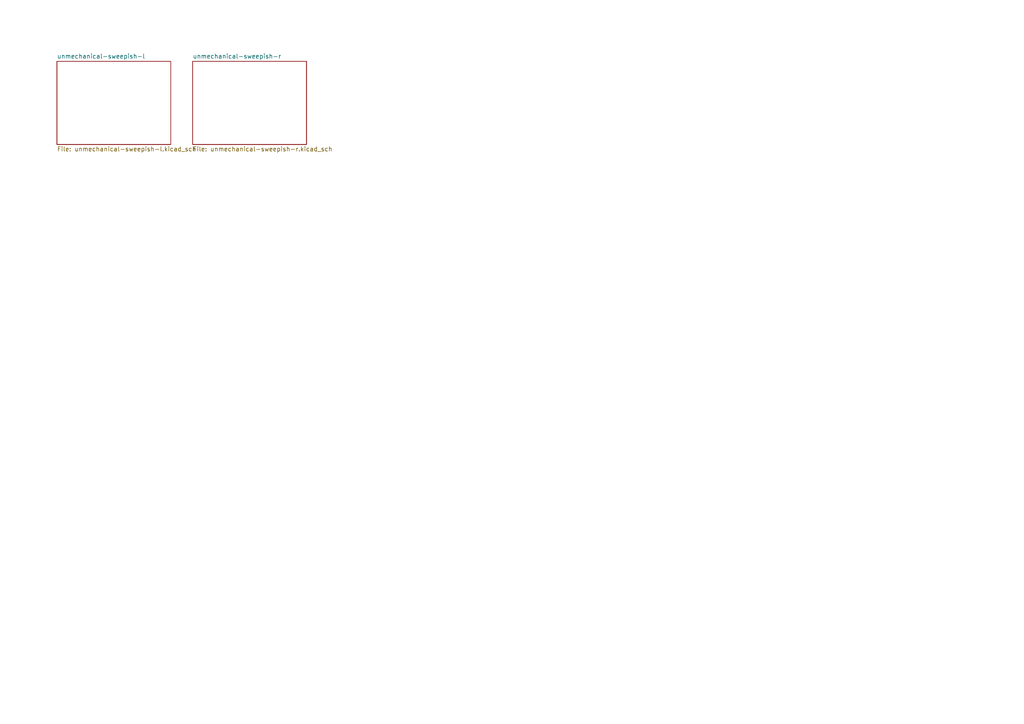
<source format=kicad_sch>
(kicad_sch (version 20230121) (generator eeschema)
  (paper "A4")
  (lib_symbols)
  (sheet (at 55.88 17.78) (size 33.02 24.13) (stroke (width 0.1524))
    (property "Sheetname" "unmechanical-sweepish-r" (at 55.88 17.0684 0) (effects (justify left bottom)))
    (property "Sheetfile" "unmechanical-sweepish-r.kicad_sch" (at 55.88 42.4946 0) (effects (justify left top)))
  )
  (sheet (at 16.51 17.78) (size 33.02 24.13) (stroke (width 0.1524))
    (property "Sheetname" "unmechanical-sweepish-l" (at 16.51 17.0684 0) (effects (justify left bottom)))
    (property "Sheetfile" "unmechanical-sweepish-l.kicad_sch" (at 16.51 42.4946 0) (effects (justify left top)))
  )
)
</source>
